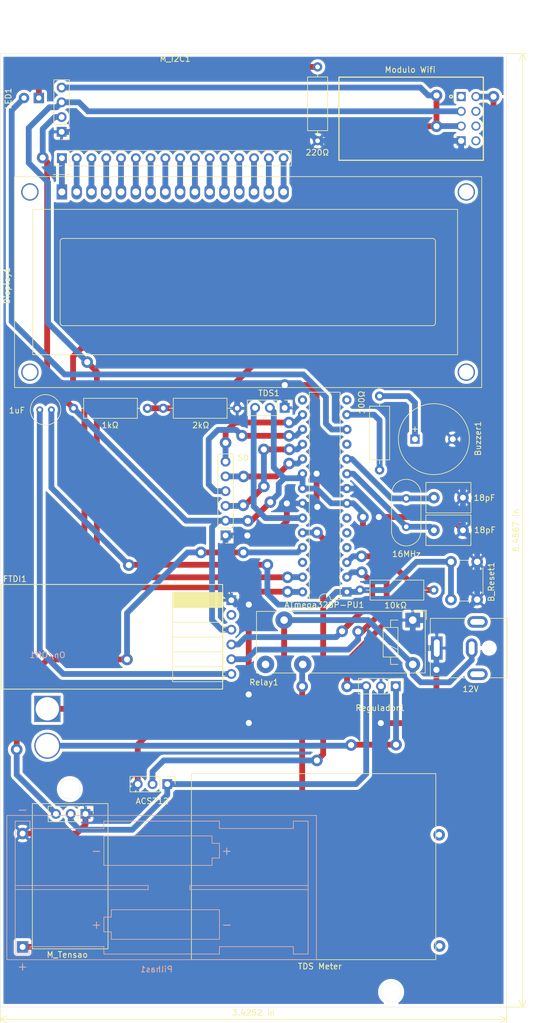
<source format=kicad_pcb>
(kicad_pcb (version 20171130) (host pcbnew "(5.1.5)-3")
  (layers (0 F.Cu signal) (31 B.Cu signal) (34 B.Paste user) (35 F.Paste user) (36 B.SilkS user) (37 F.SilkS user) (38 B.Mask user) (39 F.Mask user) (44 Edge.Cuts user))
  (net 0 "")
  (net 1 Reset)
  (net 2 "Net-(ATmega328P-PU1-Pad15)")
  (net 3 RX)
  (net 4 CS)
  (net 5 TX)
  (net 6 MOSI)
  (net 7 "Net-(ATmega328P-PU1-Pad4)")
  (net 8 MISO)
  (net 9 "Net-(ATmega328P-PU1-Pad5)")
  (net 10 SCK)
  (net 11 "Net-(ATmega328P-PU1-Pad6)")
  (net 12 VCC)
  (net 13 GND)
  (net 14 CLK1)
  (net 15 A0)
  (net 16 CLK2)
  (net 17 A1)
  (net 18 "Net-(ATmega328P-PU1-Pad11)")
  (net 19 P6)
  (net 20 "Net-(ATmega328P-PU1-Pad26)")
  (net 21 P7)
  (net 22 SDA)
  (net 23 "Net-(ATmega328P-PU1-Pad14)")
  (net 24 SCL)
  (net 25 "Net-(Buzzer1-Pad1)")
  (net 26 "Net-(C_DTR1-Pad1)")
  (net 27 Vss)
  (net 28 Vdd)
  (net 29 Ve)
  (net 30 Rs)
  (net 31 Rw)
  (net 32 E)
  (net 33 D0)
  (net 34 D1)
  (net 35 D2)
  (net 36 D3)
  (net 37 D4)
  (net 38 D5)
  (net 39 D6)
  (net 40 D7)
  (net 41 BC)
  (net 42 BA)
  (net 43 "Net-(ESP8266-1-Pad1)")
  (net 44 "Net-(ESP8266-1-Pad5)")
  (net 45 "Net-(ESP8266-1-Pad6)")
  (net 46 "Net-(ESP8266-1-Pad7)")
  (net 47 3V3)
  (net 48 "Net-(Fonte1-Pad2)")
  (net 49 "Net-(LED1-Pad1)")
  (net 50 "Net-(On/Off1-Pad2)")
  (net 51 "Net-(Relay1-Pad14)")
  (net 52 "Net-(Pilhas1-Pad1)")
  (net 53 CTS)
  (net 54 A2)
  (module Connector_PinHeader_2.54mm:PinHeader_1x03_P2.54mm_Vertical (layer F.Cu) (at 76.63 154.78 270)
    (fp_text reference " " (at 0 -2.33 90) (layer F.SilkS))
    (fp_text value M_Tensao (at 24.22 3.13 180) (layer F.SilkS))
    (pad 3 thru_hole oval (at 0 5.08 270) (size 1.7 1.7) (drill 1) (layers *.Cu *.Mask) (net 54 A2))
    (pad 2 thru_hole oval (at 0 2.54 270) (size 1.7 1.7) (drill 1) (layers *.Cu *.Mask) (net 12 VCC))
    (pad 1 thru_hole rect (at 0 0 270) (size 1.7 1.7) (drill 1) (layers *.Cu *.Mask) (net 13 GND))
  )
  (module LED_THT:LED_D5.0mm_Horizontal_O6.35mm_Z3.0mm (layer F.Cu) (at 68.61 31.63 180)
    (fp_text reference LED1 (at 5.24 -0.11 90) (layer F.SilkS))
    (fp_text value " ")
    (pad 1 thru_hole rect (at 0 0 180) (size 1.8 1.8) (drill 0.9) (layers *.Cu *.Mask) (net 49 "Net-(LED1-Pad1)"))
    (pad 2 thru_hole circle (at 2.54 0 180) (size 1.8 1.8) (drill 0.9) (layers *.Cu *.Mask) (net 19 P6))
  )
  (module Battery:BatteryHolder_Keystone_2468_2xAAA (layer B.Cu) (at 65.82 173.8)
    (fp_text reference Pilhas1 (at 23 7.71 180) (layer B.SilkS) (effects (justify mirror)))
    (fp_text value 8V hide)
    (fp_text user + (at 35.1 -12.7) (layer B.SilkS) (effects (font (size 1.5 1.5)) (justify mirror)))
    (fp_text user - (at 12.7 -12.7) (layer B.SilkS) (effects (font (size 1.5 1.5)) (justify mirror)))
    (fp_text user - (at 35.1 0) (layer B.SilkS) (effects (font (size 1.5 1.5)) (justify mirror)))
    (fp_text user + (at 12.7 0) (layer B.SilkS) (effects (font (size 1.5 1.5)) (justify mirror)))
    (fp_text user - (at 0 -19.79) (layer B.SilkS) (effects (font (size 1.5 1.5)) (justify mirror)))
    (fp_text user + (at 0 7.21) (layer B.SilkS) (effects (font (size 1.5 1.5)) (justify mirror)))
    (pad "" thru_hole circle (at 63.33 11.61) (size 3.45 3.45) (drill 3.45) (layers *.Cu *.Mask))
    (pad "" thru_hole circle (at 8.13 -23.29) (size 3.45 3.45) (drill 3.45) (layers *.Cu *.Mask))
    (pad 2 thru_hole circle (at 0 -15.64) (size 2 2) (drill 1.02) (layers *.Cu *.Mask) (net 13 GND))
    (pad 1 thru_hole rect (at 0 3.86) (size 2 2) (drill 1.02) (layers *.Cu *.Mask) (net 52 "Net-(Pilhas1-Pad1)"))
  )
  (module Connector_PinSocket_2.54mm:PinSocket_1x06_P2.54mm_Horizontal (layer F.Cu) (at 101.7 118.01)
    (fp_text reference FTDI1 (at -37.2 -3.65) (layer F.SilkS))
    (fp_text value " ")
    (pad 6 thru_hole oval (at 0 12.7) (size 1.7 1.7) (drill 1) (layers *.Cu *.Mask) (net 26 "Net-(C_DTR1-Pad1)"))
    (pad 5 thru_hole oval (at 0 10.16) (size 1.7 1.7) (drill 1) (layers *.Cu *.Mask) (net 5 TX))
    (pad 4 thru_hole oval (at 0 7.62) (size 1.7 1.7) (drill 1) (layers *.Cu *.Mask) (net 3 RX))
    (pad 3 thru_hole oval (at 0 5.08) (size 1.7 1.7) (drill 1) (layers *.Cu *.Mask) (net 12 VCC))
    (pad 2 thru_hole oval (at 0 2.54) (size 1.7 1.7) (drill 1) (layers *.Cu *.Mask) (net 53 CTS))
    (pad 1 thru_hole rect (at 0 0) (size 1.7 1.7) (drill 1) (layers *.Cu *.Mask) (net 13 GND))
  )
  (module Connector_Wire:SolderWirePad_1x02_P7.62mm_Drill2mm (layer B.Cu) (at 70.08 136.7 270)
    (fp_text reference On/Off1 (at -9.25 -0.02 180) (layer B.SilkS) (effects (justify mirror)))
    (fp_text value " ")
    (pad 2 thru_hole circle (at 6.35 0 270) (size 4.50088 4.50088) (drill 4) (layers *.Cu *.Mask) (net 50 "Net-(On/Off1-Pad2)"))
    (pad 1 thru_hole rect (at 0 0 270) (size 4.50088 4.50088) (drill 4) (layers *.Cu *.Mask) (net 48 "Net-(Fonte1-Pad2)"))
  )
  (module Connector_PinHeader_2.54mm:PinHeader_1x03_P2.54mm_Vertical (layer F.Cu) (at 110.86 84.93 270)
    (fp_text reference TDS1 (at -2.53 2.7 180) (layer F.SilkS))
    (fp_text value " ")
    (pad 3 thru_hole oval (at 0 5.08 270) (size 1.7 1.7) (drill 1) (layers *.Cu *.Mask) (net 15 A0))
    (pad 2 thru_hole oval (at 0 2.54 270) (size 1.7 1.7) (drill 1) (layers *.Cu *.Mask) (net 12 VCC))
    (pad 1 thru_hole rect (at 0 0 270) (size 1.7 1.7) (drill 1) (layers *.Cu *.Mask) (net 13 GND))
  )
  (module Connector_PinHeader_2.54mm:PinHeader_1x16_P2.54mm_Vertical (layer F.Cu) (at 72.58 41.98 90)
    (fp_text reference M_I2C1 (at 17.09 19.46 180) (layer F.SilkS))
    (fp_text value " ")
    (pad 16 thru_hole oval (at 0 38.1 90) (size 1.7 1.7) (drill 1) (layers *.Cu *.Mask) (net 42 BA))
    (pad 15 thru_hole oval (at 0 35.56 90) (size 1.7 1.7) (drill 1) (layers *.Cu *.Mask) (net 41 BC))
    (pad 14 thru_hole oval (at 0 33.02 90) (size 1.7 1.7) (drill 1) (layers *.Cu *.Mask) (net 40 D7))
    (pad 13 thru_hole oval (at 0 30.48 90) (size 1.7 1.7) (drill 1) (layers *.Cu *.Mask) (net 39 D6))
    (pad 12 thru_hole oval (at 0 27.94 90) (size 1.7 1.7) (drill 1) (layers *.Cu *.Mask) (net 38 D5))
    (pad 11 thru_hole oval (at 0 25.4 90) (size 1.7 1.7) (drill 1) (layers *.Cu *.Mask) (net 37 D4))
    (pad 10 thru_hole oval (at 0 22.86 90) (size 1.7 1.7) (drill 1) (layers *.Cu *.Mask) (net 36 D3))
    (pad 9 thru_hole oval (at 0 20.32 90) (size 1.7 1.7) (drill 1) (layers *.Cu *.Mask) (net 35 D2))
    (pad 8 thru_hole oval (at 0 17.78 90) (size 1.7 1.7) (drill 1) (layers *.Cu *.Mask) (net 34 D1))
    (pad 7 thru_hole oval (at 0 15.24 90) (size 1.7 1.7) (drill 1) (layers *.Cu *.Mask) (net 33 D0))
    (pad 6 thru_hole oval (at 0 12.7 90) (size 1.7 1.7) (drill 1) (layers *.Cu *.Mask) (net 32 E))
    (pad 5 thru_hole oval (at 0 10.16 90) (size 1.7 1.7) (drill 1) (layers *.Cu *.Mask) (net 31 Rw))
    (pad 4 thru_hole oval (at 0 7.62 90) (size 1.7 1.7) (drill 1) (layers *.Cu *.Mask) (net 30 Rs))
    (pad 3 thru_hole oval (at 0 5.08 90) (size 1.7 1.7) (drill 1) (layers *.Cu *.Mask) (net 29 Ve))
    (pad 2 thru_hole oval (at 0 2.54 90) (size 1.7 1.7) (drill 1) (layers *.Cu *.Mask) (net 28 Vdd))
    (pad 1 thru_hole rect (at 0 0 90) (size 1.7 1.7) (drill 1) (layers *.Cu *.Mask) (net 27 Vss))
  )
  (module Connector_PinHeader_2.54mm:PinHeader_1x04_P2.54mm_Vertical (layer F.Cu) (at 72.53 37.45 180)
    (fp_text reference I2C_Conn1 hide)
    (fp_text value " ")
    (pad 4 thru_hole oval (at 0 7.62 180) (size 1.7 1.7) (drill 1) (layers *.Cu *.Mask) (net 24 SCL))
    (pad 3 thru_hole oval (at 0 5.08 180) (size 1.7 1.7) (drill 1) (layers *.Cu *.Mask) (net 22 SDA))
    (pad 2 thru_hole oval (at 0 2.54 180) (size 1.7 1.7) (drill 1) (layers *.Cu *.Mask) (net 12 VCC))
    (pad 1 thru_hole rect (at 0 0 180) (size 1.7 1.7) (drill 1) (layers *.Cu *.Mask) (net 13 GND))
  )
  (module Relay_THT:Relay_1-Form-C_Schrack-RYII_RM3.2mm (layer F.Cu) (at 132.87 121.44 180)
    (fp_text reference Relay1 (at 25.57 -10.71) (layer F.SilkS))
    (fp_text value 10A hide)
    (pad 11 thru_hole circle (at 22.1 0 180) (size 3 3) (drill 1.3) (layers *.Cu *.Mask) (net 48 "Net-(Fonte1-Pad2)"))
    (pad 14 thru_hole circle (at 25.3 -7.62 180) (size 3 3) (drill 1.3) (layers *.Cu *.Mask) (net 51 "Net-(Relay1-Pad14)"))
    (pad 12 thru_hole circle (at 18.9 -7.62 180) (size 3 3) (drill 1.3) (layers *.Cu *.Mask) (net 52 "Net-(Pilhas1-Pad1)"))
    (pad A1 thru_hole rect (at 0 0 180) (size 2.54 2.54) (drill 1.3) (layers *.Cu *.Mask) (net 13 GND))
    (pad A2 thru_hole circle (at 0 -7.62 180) (size 2.54 2.54) (drill 1.3) (layers *.Cu *.Mask) (net 48 "Net-(Fonte1-Pad2)"))
  )
  (module Resistor_THT:R_Axial_DIN0309_L9.0mm_D3.2mm_P12.70mm_Horizontal (layer F.Cu) (at 136.5 116.28 180)
    (fp_text reference R_Reset1 hide)
    (fp_text value 10kΩ (at 6.57 -2.62) (layer F.SilkS))
    (pad 2 thru_hole oval (at 12.7 0 180) (size 1.6 1.6) (drill 0.8) (layers *.Cu *.Mask) (net 1 Reset))
    (pad 1 thru_hole circle (at 0 0 180) (size 1.6 1.6) (drill 0.8) (layers *.Cu *.Mask) (net 12 VCC))
  )
  (module Resistor_THT:R_Axial_DIN0309_L9.0mm_D3.2mm_P12.70mm_Horizontal (layer F.Cu) (at 116.52 38.98 90)
    (fp_text reference R_LED1 hide)
    (fp_text value 220Ω (at -2.03 -0.04 180) (layer F.SilkS))
    (pad 2 thru_hole oval (at 12.7 0 90) (size 1.6 1.6) (drill 0.8) (layers *.Cu *.Mask) (net 49 "Net-(LED1-Pad1)"))
    (pad 1 thru_hole circle (at 0 0 90) (size 1.6 1.6) (drill 0.8) (layers *.Cu *.Mask) (net 13 GND))
  )
  (module Resistor_THT:R_Axial_DIN0309_L9.0mm_D3.2mm_P12.70mm_Horizontal (layer F.Cu) (at 89.99 85)
    (fp_text reference R_Divisor2 hide)
    (fp_text value 2kΩ (at 6.45 2.93) (layer F.SilkS))
    (pad 2 thru_hole oval (at 12.7 0) (size 1.6 1.6) (drill 0.8) (layers *.Cu *.Mask) (net 13 GND))
    (pad 1 thru_hole circle (at 0 0) (size 1.6 1.6) (drill 0.8) (layers *.Cu *.Mask) (net 47 3V3))
  )
  (module Resistor_THT:R_Axial_DIN0309_L9.0mm_D3.2mm_P12.70mm_Horizontal (layer F.Cu) (at 74.58 85.01)
    (fp_text reference R_Divisor1 hide)
    (fp_text value 1kΩ (at 6.284999 2.904999) (layer F.SilkS))
    (pad 2 thru_hole oval (at 12.7 0) (size 1.6 1.6) (drill 0.8) (layers *.Cu *.Mask) (net 47 3V3))
    (pad 1 thru_hole circle (at 0 0) (size 1.6 1.6) (drill 0.8) (layers *.Cu *.Mask) (net 12 VCC))
  )
  (module Resistor_THT:R_Axial_DIN0309_L9.0mm_D3.2mm_P12.70mm_Horizontal (layer F.Cu) (at 127.17 82.91 270)
    (fp_text reference R_Buzzer1 hide)
    (fp_text value 100Ω (at 1.08 3.09 90) (layer F.SilkS))
    (pad 2 thru_hole oval (at 12.7 0 270) (size 1.6 1.6) (drill 0.8) (layers *.Cu *.Mask) (net 21 P7))
    (pad 1 thru_hole circle (at 0 0 270) (size 1.6 1.6) (drill 0.8) (layers *.Cu *.Mask) (net 25 "Net-(Buzzer1-Pad1)"))
  )
  (module Connector_PinHeader_2.54mm:PinHeader_1x03_P2.54mm_Vertical (layer F.Cu) (at 90.69 149.65 270)
    (fp_text reference ACS712 (at 2.93 2.59) (layer F.SilkS))
    (fp_text value " ")
    (pad 3 thru_hole oval (at 0 5.08 270) (size 1.7 1.7) (drill 1) (layers *.Cu *.Mask) (net 13 GND))
    (pad 2 thru_hole oval (at 0 2.54 270) (size 1.7 1.7) (drill 1) (layers *.Cu *.Mask) (net 17 A1))
    (pad 1 thru_hole rect (at 0 0 270) (size 1.7 1.7) (drill 1) (layers *.Cu *.Mask) (net 12 VCC))
  )
  (module Package_DIP:DIP-28_W7.62mm (layer F.Cu) (at 121.55 116.59 180)
    (fp_text reference ATmega328P-PU1 (at 3.88 -2.23) (layer F.SilkS))
    (fp_text value " ")
    (pad 1 thru_hole rect (at 0 0 180) (size 1.6 1.6) (drill 0.8) (layers *.Cu *.Mask) (net 1 Reset))
    (pad 15 thru_hole oval (at 7.62 33.02 180) (size 1.6 1.6) (drill 0.8) (layers *.Cu *.Mask) (net 2 "Net-(ATmega328P-PU1-Pad15)"))
    (pad 2 thru_hole oval (at 0 2.54 180) (size 1.6 1.6) (drill 0.8) (layers *.Cu *.Mask) (net 3 RX))
    (pad 16 thru_hole oval (at 7.62 30.48 180) (size 1.6 1.6) (drill 0.8) (layers *.Cu *.Mask) (net 4 CS))
    (pad 3 thru_hole oval (at 0 5.08 180) (size 1.6 1.6) (drill 0.8) (layers *.Cu *.Mask) (net 5 TX))
    (pad 17 thru_hole oval (at 7.62 27.94 180) (size 1.6 1.6) (drill 0.8) (layers *.Cu *.Mask) (net 6 MOSI))
    (pad 4 thru_hole oval (at 0 7.62 180) (size 1.6 1.6) (drill 0.8) (layers *.Cu *.Mask) (net 7 "Net-(ATmega328P-PU1-Pad4)"))
    (pad 18 thru_hole oval (at 7.62 25.4 180) (size 1.6 1.6) (drill 0.8) (layers *.Cu *.Mask) (net 8 MISO))
    (pad 5 thru_hole oval (at 0 10.16 180) (size 1.6 1.6) (drill 0.8) (layers *.Cu *.Mask) (net 9 "Net-(ATmega328P-PU1-Pad5)"))
    (pad 19 thru_hole oval (at 7.62 22.86 180) (size 1.6 1.6) (drill 0.8) (layers *.Cu *.Mask) (net 10 SCK))
    (pad 6 thru_hole oval (at 0 12.7 180) (size 1.6 1.6) (drill 0.8) (layers *.Cu *.Mask) (net 11 "Net-(ATmega328P-PU1-Pad6)"))
    (pad 20 thru_hole oval (at 7.62 20.32 180) (size 1.6 1.6) (drill 0.8) (layers *.Cu *.Mask) (net 12 VCC))
    (pad 7 thru_hole oval (at 0 15.24 180) (size 1.6 1.6) (drill 0.8) (layers *.Cu *.Mask) (net 12 VCC))
    (pad 21 thru_hole oval (at 7.62 17.78 180) (size 1.6 1.6) (drill 0.8) (layers *.Cu *.Mask) (net 12 VCC))
    (pad 8 thru_hole oval (at 0 17.78 180) (size 1.6 1.6) (drill 0.8) (layers *.Cu *.Mask) (net 13 GND))
    (pad 22 thru_hole oval (at 7.62 15.24 180) (size 1.6 1.6) (drill 0.8) (layers *.Cu *.Mask) (net 13 GND))
    (pad 9 thru_hole oval (at 0 20.32 180) (size 1.6 1.6) (drill 0.8) (layers *.Cu *.Mask) (net 14 CLK1))
    (pad 23 thru_hole oval (at 7.62 12.7 180) (size 1.6 1.6) (drill 0.8) (layers *.Cu *.Mask) (net 15 A0))
    (pad 10 thru_hole oval (at 0 22.86 180) (size 1.6 1.6) (drill 0.8) (layers *.Cu *.Mask) (net 16 CLK2))
    (pad 24 thru_hole oval (at 7.62 10.16 180) (size 1.6 1.6) (drill 0.8) (layers *.Cu *.Mask) (net 17 A1))
    (pad 11 thru_hole oval (at 0 25.4 180) (size 1.6 1.6) (drill 0.8) (layers *.Cu *.Mask) (net 18 "Net-(ATmega328P-PU1-Pad11)"))
    (pad 25 thru_hole oval (at 7.62 7.62 180) (size 1.6 1.6) (drill 0.8) (layers *.Cu *.Mask) (net 54 A2))
    (pad 12 thru_hole oval (at 0 27.94 180) (size 1.6 1.6) (drill 0.8) (layers *.Cu *.Mask) (net 19 P6))
    (pad 26 thru_hole oval (at 7.62 5.08 180) (size 1.6 1.6) (drill 0.8) (layers *.Cu *.Mask) (net 20 "Net-(ATmega328P-PU1-Pad26)"))
    (pad 13 thru_hole oval (at 0 30.48 180) (size 1.6 1.6) (drill 0.8) (layers *.Cu *.Mask) (net 21 P7))
    (pad 27 thru_hole oval (at 7.62 2.54 180) (size 1.6 1.6) (drill 0.8) (layers *.Cu *.Mask) (net 22 SDA))
    (pad 14 thru_hole oval (at 0 33.02 180) (size 1.6 1.6) (drill 0.8) (layers *.Cu *.Mask) (net 23 "Net-(ATmega328P-PU1-Pad14)"))
    (pad 28 thru_hole oval (at 7.62 0 180) (size 1.6 1.6) (drill 0.8) (layers *.Cu *.Mask) (net 24 SCL))
  )
  (module Button_Switch_THT:SW_PUSH_6mm (layer F.Cu) (at 139.44 117.91 90)
    (fp_text reference B_Reset1 (at 3.04 6.93 270) (layer F.SilkS))
    (fp_text value " ")
    (pad 2 thru_hole circle (at 0 4.5 180) (size 2 2) (drill 1.1) (layers *.Cu *.Mask) (net 13 GND))
    (pad 1 thru_hole circle (at 0 0 180) (size 2 2) (drill 1.1) (layers *.Cu *.Mask) (net 1 Reset))
    (pad 2 thru_hole circle (at 6.5 4.5 180) (size 2 2) (drill 1.1) (layers *.Cu *.Mask) (net 13 GND))
    (pad 1 thru_hole circle (at 6.5 0 180) (size 2 2) (drill 1.1) (layers *.Cu *.Mask) (net 1 Reset))
  )
  (module Buzzer_Beeper:MagneticBuzzer_ProSignal_ABT-410-RC (layer F.Cu) (at 133.25 90.31)
    (fp_text reference Buzzer1 (at 10.83 -0.1 90) (layer F.SilkS))
    (fp_text value " ")
    (fp_text user + (at 0 -1.8) (layer F.SilkS))
    (pad 1 thru_hole rect (at 0 0) (size 1.6 1.6) (drill 1) (layers *.Cu *.Mask) (net 25 "Net-(Buzzer1-Pad1)"))
    (pad 2 thru_hole circle (at 6.5 0) (size 1.6 1.6) (drill 1) (layers *.Cu *.Mask) (net 13 GND))
  )
  (module Capacitor_THT:C_Disc_D7.5mm_W5.0mm_P5.00mm (layer F.Cu) (at 141.5 105.99 180)
    (fp_text reference C1_Clock1 hide)
    (fp_text value 18pF (at -3.76 0.04) (layer F.SilkS))
    (pad 2 thru_hole circle (at 5 0 180) (size 2 2) (drill 1) (layers *.Cu *.Mask) (net 14 CLK1))
    (pad 1 thru_hole circle (at 0 0 180) (size 2 2) (drill 1) (layers *.Cu *.Mask) (net 13 GND))
  )
  (module Capacitor_THT:C_Disc_D7.5mm_W5.0mm_P5.00mm (layer F.Cu) (at 141.5 100.38 180)
    (fp_text reference C2_Clock1 hide)
    (fp_text value 18pF (at -3.68 -0.03) (layer F.SilkS))
    (pad 1 thru_hole circle (at 0 0 180) (size 2 2) (drill 1) (layers *.Cu *.Mask) (net 13 GND))
    (pad 2 thru_hole circle (at 5 0 180) (size 2 2) (drill 1) (layers *.Cu *.Mask) (net 16 CLK2))
  )
  (module Capacitor_THT:C_Radial_D5.0mm_H7.0mm_P2.00mm (layer F.Cu) (at 68.77 85.27)
    (fp_text reference C_DTR1 hide)
    (fp_text value 1uF (at -3.93 0.1) (layer F.SilkS))
    (pad 1 thru_hole circle (at 0 0) (size 1.2 1.2) (drill 0.6) (layers *.Cu *.Mask) (net 26 "Net-(C_DTR1-Pad1)"))
    (pad 2 thru_hole circle (at 2 0) (size 1.2 1.2) (drill 0.6) (layers *.Cu *.Mask) (net 1 Reset))
  )
  (module Crystal:Crystal_HC49-4H_Vertical (layer F.Cu) (at 131.75 105.39 90)
    (fp_text reference Cristal1 hide)
    (fp_text value 16MHz (at -4.68 0.04) (layer F.SilkS))
    (pad 1 thru_hole circle (at 0 0 90) (size 1.5 1.5) (drill 0.8) (layers *.Cu *.Mask) (net 14 CLK1))
    (pad 2 thru_hole circle (at 4.88 0 90) (size 1.5 1.5) (drill 0.8) (layers *.Cu *.Mask) (net 16 CLK2))
  )
  (module Display:WC1602A (layer F.Cu) (at 72.575001 47.790001)
    (fp_text reference Display1 (at -9.445001 16.109999 90) (layer F.SilkS))
    (fp_text value " ")
    (pad 1 thru_hole rect (at 0 0) (size 1.8 2.6) (drill 1.2) (layers *.Cu *.Mask) (net 27 Vss))
    (pad 2 thru_hole oval (at 2.54 0) (size 1.8 2.6) (drill 1.2) (layers *.Cu *.Mask) (net 28 Vdd))
    (pad 3 thru_hole oval (at 5.08 0) (size 1.8 2.6) (drill 1.2) (layers *.Cu *.Mask) (net 29 Ve))
    (pad 4 thru_hole oval (at 7.62 0) (size 1.8 2.6) (drill 1.2) (layers *.Cu *.Mask) (net 30 Rs))
    (pad 5 thru_hole oval (at 10.16 0) (size 1.8 2.6) (drill 1.2) (layers *.Cu *.Mask) (net 31 Rw))
    (pad 6 thru_hole oval (at 12.7 0) (size 1.8 2.6) (drill 1.2) (layers *.Cu *.Mask) (net 32 E))
    (pad 7 thru_hole oval (at 15.24 0) (size 1.8 2.6) (drill 1.2) (layers *.Cu *.Mask) (net 33 D0))
    (pad 8 thru_hole oval (at 17.78 0) (size 1.8 2.6) (drill 1.2) (layers *.Cu *.Mask) (net 34 D1))
    (pad 9 thru_hole oval (at 20.32 0) (size 1.8 2.6) (drill 1.2) (layers *.Cu *.Mask) (net 35 D2))
    (pad 10 thru_hole oval (at 22.86 0) (size 1.8 2.6) (drill 1.2) (layers *.Cu *.Mask) (net 36 D3))
    (pad 11 thru_hole oval (at 25.4 0) (size 1.8 2.6) (drill 1.2) (layers *.Cu *.Mask) (net 37 D4))
    (pad 12 thru_hole oval (at 27.94 0) (size 1.8 2.6) (drill 1.2) (layers *.Cu *.Mask) (net 38 D5))
    (pad 13 thru_hole oval (at 30.48 0) (size 1.8 2.6) (drill 1.2) (layers *.Cu *.Mask) (net 39 D6))
    (pad 14 thru_hole oval (at 33.02 0) (size 1.8 2.6) (drill 1.2) (layers *.Cu *.Mask) (net 40 D7))
    (pad 15 thru_hole oval (at 35.56 0) (size 1.8 2.6) (drill 1.2) (layers *.Cu *.Mask) (net 41 BC))
    (pad 16 thru_hole oval (at 38.1 0) (size 1.8 2.6) (drill 1.2) (layers *.Cu *.Mask) (net 42 BA))
    (pad "" thru_hole circle (at -5.4991 0) (size 3 3) (drill 2.5) (layers *.Cu *.Mask))
    (pad "" thru_hole circle (at -5.4991 31.0007) (size 3 3) (drill 2.5) (layers *.Cu *.Mask))
    (pad "" thru_hole circle (at 69.49948 31.0007) (size 3 3) (drill 2.5) (layers *.Cu *.Mask))
    (pad "" thru_hole circle (at 69.5 0) (size 3 3) (drill 2.5) (layers *.Cu *.Mask))
  )
  (module ESP8266:ESP-01 (layer F.Cu) (at 141.19 35.19 180)
    (fp_text reference ESP8266-1 hide)
    (fp_text value " ")
    (pad 1 thru_hole rect (at 0 3.81 180) (size 1.575 1.575) (drill 1.05) (layers *.Cu *.Mask) (net 43 "Net-(ESP8266-1-Pad1)"))
    (pad 2 thru_hole circle (at 0 1.27 180) (size 1.575 1.575) (drill 1.05) (layers *.Cu *.Mask) (net 22 SDA))
    (pad 3 thru_hole circle (at 0 -1.27 180) (size 1.575 1.575) (drill 1.05) (layers *.Cu *.Mask) (net 24 SCL))
    (pad 4 thru_hole rect (at 0 -3.81 180) (size 1.575 1.575) (drill 1.05) (layers *.Cu *.Mask) (net 13 GND))
    (pad 5 thru_hole circle (at -2.54 -3.81 180) (size 1.575 1.575) (drill 1.05) (layers *.Cu *.Mask) (net 44 "Net-(ESP8266-1-Pad5)"))
    (pad 6 thru_hole circle (at -2.54 -1.27 180) (size 1.575 1.575) (drill 1.05) (layers *.Cu *.Mask) (net 45 "Net-(ESP8266-1-Pad6)"))
    (pad 7 thru_hole circle (at -2.54 1.27 180) (size 1.575 1.575) (drill 1.05) (layers *.Cu *.Mask) (net 46 "Net-(ESP8266-1-Pad7)"))
    (pad 8 thru_hole circle (at -2.54 3.81 180) (size 1.575 1.575) (drill 1.05) (layers *.Cu *.Mask) (net 47 3V3))
  )
  (module Connector_BarrelJack:BarrelJack_CUI_PJ-063AH_Horizontal (layer F.Cu) (at 137 126.25 90)
    (fp_text reference Fonte1 hide)
    (fp_text value 12V (at -7.05 5.82 180) (layer F.SilkS))
    (pad 1 thru_hole rect (at 0 0 90) (size 4 2) (drill oval 3 1) (layers *.Cu *.Mask) (net 13 GND))
    (pad 2 thru_hole oval (at 0 6 90) (size 3.3 2) (drill oval 2.3 1) (layers *.Cu *.Mask) (net 48 "Net-(Fonte1-Pad2)"))
    (pad MP thru_hole oval (at -4.5 7 90) (size 2 3.5) (drill oval 1 2.5) (layers *.Cu *.Mask))
    (pad MP thru_hole oval (at 4.5 7 90) (size 2 3.5) (drill oval 1 2.5) (layers *.Cu *.Mask))
    (pad "" np_thru_hole circle (at 0 9 90) (size 1.6 1.6) (drill 1.6) (layers *.Cu *.Mask))
  )
  (module Connector_PinHeader_2.54mm:PinHeader_1x06_P2.54mm_Vertical (layer F.Cu) (at 100.7 106.88 180)
    (fp_text reference SD (at -3.04 13.36) (layer F.SilkS))
    (fp_text value " ")
    (pad 6 thru_hole oval (at 0 12.7 180) (size 1.7 1.7) (drill 1) (layers *.Cu *.Mask) (net 4 CS))
    (pad 5 thru_hole oval (at 0 10.16 180) (size 1.7 1.7) (drill 1) (layers *.Cu *.Mask) (net 10 SCK))
    (pad 4 thru_hole oval (at 0 7.62 180) (size 1.7 1.7) (drill 1) (layers *.Cu *.Mask) (net 6 MOSI))
    (pad 3 thru_hole oval (at 0 5.08 180) (size 1.7 1.7) (drill 1) (layers *.Cu *.Mask) (net 8 MISO))
    (pad 2 thru_hole oval (at 0 2.54 180) (size 1.7 1.7) (drill 1) (layers *.Cu *.Mask) (net 12 VCC))
    (pad 1 thru_hole rect (at 0 0 180) (size 1.7 1.7) (drill 1) (layers *.Cu *.Mask) (net 13 GND))
  )
  (module Connector_PinHeader_2.54mm:PinHeader_1x03_P2.54mm_Vertical (layer F.Cu) (at 129.95 132.81 270)
    (fp_text reference Regulador1 (at 3.74 2.67 180) (layer F.SilkS))
    (fp_text value 5V hide)
    (pad 1 thru_hole rect (at 0 0 270) (size 1.7 1.7) (drill 1) (layers *.Cu *.Mask) (net 50 "Net-(On/Off1-Pad2)"))
    (pad 2 thru_hole oval (at 0 2.54 270) (size 1.7 1.7) (drill 1) (layers *.Cu *.Mask) (net 13 GND))
    (pad 3 thru_hole oval (at 0 5.08 270) (size 1.7 1.7) (drill 1) (layers *.Cu *.Mask) (net 12 VCC))
  )
  (gr_line (start 67.5 178) (end 67.5 153) (layer F.SilkS) (width 0.12))
  (gr_line (start 80.5 178) (end 67.5 178) (layer F.SilkS) (width 0.12))
  (gr_line (start 80.5 153) (end 80.5 178) (layer F.SilkS) (width 0.12))
  (gr_line (start 80.5 153) (end 67.5 153) (layer F.SilkS) (width 0.12))
  (dimension 164 (width 0.12) (layer F.SilkS) (gr_text "164,000 mm" (at 153.02 106 90) (layer F.SilkS) (effects (font (size 1 1) (thickness 0.15)))) (feature1 (pts (xy 149 24) (xy 152.336421 24))) (feature2 (pts (xy 149 188) (xy 152.336421 188))) (crossbar (pts (xy 151.75 188) (xy 151.75 24))) (arrow1a (pts (xy 151.75 24) (xy 152.336421 25.126504))) (arrow1b (pts (xy 151.75 24) (xy 151.163579 25.126504))) (arrow2a (pts (xy 151.75 188) (xy 152.336421 186.873496))) (arrow2b (pts (xy 151.75 188) (xy 151.163579 186.873496))))
  (dimension 87 (width 0.12) (layer F.SilkS) (gr_text "87,000 mm" (at 105.5 191.379999) (layer F.SilkS) (effects (font (size 1 1) (thickness 0.15)))) (feature1 (pts (xy 149 188) (xy 149 190.69642))) (feature2 (pts (xy 62 188) (xy 62 190.69642))) (crossbar (pts (xy 62 190.109999) (xy 149 190.109999))) (arrow1a (pts (xy 149 190.109999) (xy 147.873496 190.69642))) (arrow1b (pts (xy 149 190.109999) (xy 147.873496 189.523578))) (arrow2a (pts (xy 62 190.109999) (xy 63.126504 190.69642))) (arrow2b (pts (xy 62 190.109999) (xy 63.126504 189.523578))))
  (gr_text "TDS Meter" (at 116.91 181) (layer F.SilkS) (effects (font (size 1 1))))
  (gr_line (start 149 24) (end 149 25) (layer Edge.Cuts) (width 0.05))
  (gr_line (start 62 24) (end 62 25) (layer Edge.Cuts) (width 0.05))
  (gr_line (start 62 25) (end 62 188) (layer Edge.Cuts) (width 0.05))
  (gr_line (start 149 24) (end 62 24) (layer Edge.Cuts) (width 0.05))
  (gr_line (start 149 188) (end 149 25) (layer Edge.Cuts) (width 0.05))
  (gr_line (start 62 188) (end 149 188) (layer Edge.Cuts) (width 0.05))
  (gr_line (start 94.84 179.85) (end 94.84 147.85) (layer F.SilkS) (width 0.12))
  (gr_line (start 136.84 179.85) (end 94.84 179.85) (layer F.SilkS) (width 0.12))
  (gr_line (start 136.84 147.85) (end 136.84 179.85) (layer F.SilkS) (width 0.12))
  (gr_line (start 94.84 147.85) (end 136.84 147.85) (layer F.SilkS) (width 0.12))
  (gr_line (start 100.2 115.31) (end 62.2 115.31) (layer F.SilkS) (width 0.15))
  (gr_line (start 100.2 133.31) (end 100.2 115.31) (layer F.SilkS) (width 0.15))
  (gr_line (start 62.2 133.31) (end 100.2 133.31) (layer F.SilkS) (width 0.15))
  (gr_line (start 62.2 115.31) (end 62.2 133.31) (layer F.SilkS) (width 0.15))
  (gr_text "Modulo Wifi" (at 132.43 26.77) (layer F.SilkS) (effects (font (size 1 1))))
  (via (at 137.41 158.37) (size 2) (drill 1.02) (layers F.Cu B.Cu) (net 0))
  (via (at 137.48 177.5) (size 2) (drill 1.02) (layers F.Cu B.Cu) (net 0))
  (via (at 84.08 111.98) (size 2) (drill 1.05) (layers F.Cu B.Cu) (net 1))
  (via (at 107.89 111.92) (size 2) (drill 1.05) (layers F.Cu B.Cu) (net 1))
  (segment (start 123.49 116.59) (end 123.8 116.28) (width 1) (layer B.Cu) (net 1))
  (segment (start 121.55 116.59) (end 123.49 116.59) (width 1) (layer B.Cu) (net 1))
  (segment (start 139.44 117.91) (end 139.44 111.41) (width 1) (layer B.Cu) (net 1))
  (segment (start 133.53 111.41) (end 139.44 111.41) (width 1) (layer B.Cu) (net 1))
  (segment (start 123.8 116.28) (end 128.66 116.28) (width 1) (layer B.Cu) (net 1))
  (segment (start 128.66 116.28) (end 133.53 111.41) (width 1) (layer B.Cu) (net 1))
  (segment (start 107.89 113.334213) (end 107.89 111.92) (width 1) (layer B.Cu) (net 1))
  (segment (start 119.75 116.59) (end 117.56 118.78) (width 1) (layer B.Cu) (net 1))
  (segment (start 121.55 116.59) (end 119.75 116.59) (width 1) (layer B.Cu) (net 1))
  (segment (start 107.89 116.89) (end 107.89 113.334213) (width 1) (layer B.Cu) (net 1))
  (segment (start 117.56 118.78) (end 109.78 118.78) (width 1) (layer B.Cu) (net 1))
  (segment (start 109.78 118.78) (end 107.89 116.89) (width 1) (layer B.Cu) (net 1))
  (segment (start 84.14 111.92) (end 84.08 111.98) (width 1) (layer F.Cu) (net 1))
  (segment (start 107.89 111.92) (end 84.14 111.92) (width 1) (layer F.Cu) (net 1))
  (segment (start 70.77 98.67) (end 70.77 85.27) (width 1) (layer B.Cu) (net 1))
  (segment (start 84.08 111.98) (end 70.77 98.67) (width 1) (layer B.Cu) (net 1))
  (via (at 120.73 123.36) (size 2) (drill 1.05) (layers F.Cu B.Cu) (net 3))
  (via (at 124.1 113.21) (size 2) (drill 1.05) (layers F.Cu B.Cu) (net 3))
  (segment (start 122.39 113.21) (end 121.55 114.05) (width 1) (layer B.Cu) (net 3))
  (segment (start 124.1 113.21) (end 122.39 113.21) (width 1) (layer B.Cu) (net 3))
  (segment (start 119.730001 124.359999) (end 120.73 123.36) (width 1) (layer B.Cu) (net 3))
  (segment (start 104.172082 124.359999) (end 119.730001 124.359999) (width 1) (layer B.Cu) (net 3))
  (segment (start 102.902081 125.63) (end 104.172082 124.359999) (width 1) (layer B.Cu) (net 3))
  (segment (start 101.7 125.63) (end 102.902081 125.63) (width 1) (layer B.Cu) (net 3))
  (segment (start 125.9 115.01) (end 125.099999 114.209999) (width 1) (layer F.Cu) (net 3))
  (segment (start 125.9 118.16) (end 125.9 115.01) (width 1) (layer F.Cu) (net 3))
  (segment (start 125.099999 114.209999) (end 124.1 113.21) (width 1) (layer F.Cu) (net 3))
  (segment (start 120.73 123.36) (end 120.73 123.33) (width 1) (layer F.Cu) (net 3))
  (segment (start 120.73 123.33) (end 125.9 118.16) (width 1) (layer F.Cu) (net 3))
  (via (at 100.71 90.94) (size 2) (drill 1.05) (layers F.Cu B.Cu) (net 4))
  (via (at 111.61 87.45) (size 2) (drill 1.05) (layers F.Cu B.Cu) (net 4))
  (segment (start 112.59 87.45) (end 113.93 86.11) (width 1) (layer B.Cu) (net 4))
  (segment (start 111.61 87.45) (end 112.59 87.45) (width 1) (layer B.Cu) (net 4))
  (segment (start 100.7 90.95) (end 100.71 90.94) (width 1) (layer B.Cu) (net 4))
  (segment (start 100.7 94.18) (end 100.7 90.95) (width 1) (layer B.Cu) (net 4))
  (segment (start 100.71 89.1) (end 100.71 90.94) (width 1) (layer F.Cu) (net 4))
  (segment (start 111.61 87.45) (end 102.36 87.45) (width 1) (layer F.Cu) (net 4))
  (segment (start 102.36 87.45) (end 100.71 89.1) (width 1) (layer F.Cu) (net 4))
  (via (at 123.48 123.4) (size 2) (drill 1.05) (layers F.Cu B.Cu) (net 5))
  (via (at 124.06 110.46) (size 2) (drill 1.05) (layers F.Cu B.Cu) (net 5))
  (segment (start 122.6 110.46) (end 121.55 111.51) (width 1) (layer B.Cu) (net 5))
  (segment (start 124.06 110.46) (end 122.6 110.46) (width 1) (layer B.Cu) (net 5))
  (segment (start 123.48 124.83) (end 123.48 123.4) (width 1) (layer B.Cu) (net 5))
  (segment (start 121.8 126.51) (end 123.48 124.83) (width 1) (layer B.Cu) (net 5))
  (segment (start 105.99 126.51) (end 121.8 126.51) (width 1) (layer B.Cu) (net 5))
  (segment (start 101.7 128.17) (end 104.33 128.17) (width 1) (layer B.Cu) (net 5))
  (segment (start 104.33 128.17) (end 105.99 126.51) (width 1) (layer B.Cu) (net 5))
  (segment (start 125.8 110.46) (end 124.06 110.46) (width 1) (layer F.Cu) (net 5))
  (segment (start 128.38 113.04) (end 125.8 110.46) (width 1) (layer F.Cu) (net 5))
  (segment (start 128.38 119.2) (end 128.38 113.04) (width 1) (layer F.Cu) (net 5))
  (segment (start 123.48 123.4) (end 124.18 123.4) (width 1) (layer F.Cu) (net 5))
  (segment (start 124.18 123.4) (end 128.38 119.2) (width 1) (layer F.Cu) (net 5))
  (via (at 103.53 89.72) (size 2) (drill 1.05) (layers F.Cu B.Cu) (net 6))
  (via (at 111.61 89.74) (size 2) (drill 1.05) (layers F.Cu B.Cu) (net 6))
  (segment (start 112.84 89.74) (end 113.93 88.65) (width 1) (layer B.Cu) (net 6))
  (segment (start 111.61 89.74) (end 112.84 89.74) (width 1) (layer B.Cu) (net 6))
  (segment (start 103.55 89.74) (end 103.53 89.72) (width 1) (layer F.Cu) (net 6))
  (segment (start 111.61 89.74) (end 103.55 89.74) (width 1) (layer F.Cu) (net 6))
  (segment (start 102.530001 88.720001) (end 103.53 89.72) (width 1) (layer B.Cu) (net 6))
  (segment (start 98.95 99.26) (end 97.8 98.11) (width 1) (layer B.Cu) (net 6))
  (segment (start 100.7 99.26) (end 98.95 99.26) (width 1) (layer B.Cu) (net 6))
  (segment (start 97.8 98.11) (end 97.8 90.32) (width 1) (layer B.Cu) (net 6))
  (segment (start 97.8 90.32) (end 99.399999 88.720001) (width 1) (layer B.Cu) (net 6))
  (segment (start 99.399999 88.720001) (end 102.530001 88.720001) (width 1) (layer B.Cu) (net 6))
  (via (at 103.74 101.69) (size 2) (drill 1.05) (layers F.Cu B.Cu) (net 8))
  (via (at 107.29 98.45) (size 2) (drill 1.05) (layers F.Cu B.Cu) (net 8))
  (via (at 107.28 92.08) (size 2) (drill 1.05) (layers F.Cu B.Cu) (net 8))
  (via (at 111.68 92.08) (size 2) (drill 1.05) (layers F.Cu B.Cu) (net 8))
  (segment (start 107.28 92.08) (end 111.68 92.08) (width 1) (layer F.Cu) (net 8))
  (segment (start 113.04 92.08) (end 113.93 91.19) (width 1) (layer B.Cu) (net 8))
  (segment (start 111.68 92.08) (end 113.04 92.08) (width 1) (layer B.Cu) (net 8))
  (segment (start 107.29 92.09) (end 107.28 92.08) (width 1) (layer B.Cu) (net 8))
  (segment (start 107.29 98.45) (end 107.29 92.09) (width 1) (layer B.Cu) (net 8))
  (segment (start 103.63 101.8) (end 103.74 101.69) (width 1) (layer B.Cu) (net 8))
  (segment (start 100.7 101.8) (end 103.63 101.8) (width 1) (layer B.Cu) (net 8))
  (segment (start 104.05 101.69) (end 107.29 98.45) (width 1) (layer F.Cu) (net 8))
  (segment (start 103.74 101.69) (end 104.05 101.69) (width 1) (layer F.Cu) (net 8))
  (via (at 103.79 96.74) (size 2) (drill 1.05) (layers F.Cu B.Cu) (net 10))
  (via (at 111.63 94.51) (size 2) (drill 1.05) (layers F.Cu B.Cu) (net 10))
  (segment (start 109.42 96.72) (end 111.63 94.51) (width 1) (layer F.Cu) (net 10))
  (segment (start 113.15 94.51) (end 113.93 93.73) (width 1) (layer B.Cu) (net 10))
  (segment (start 111.63 94.51) (end 113.15 94.51) (width 1) (layer B.Cu) (net 10))
  (segment (start 103.77 96.72) (end 103.79 96.74) (width 1) (layer B.Cu) (net 10))
  (segment (start 100.7 96.72) (end 103.77 96.72) (width 1) (layer B.Cu) (net 10))
  (segment (start 105.224213 96.72) (end 109.42 96.72) (width 1) (layer F.Cu) (net 10))
  (segment (start 105.204213 96.74) (end 105.224213 96.72) (width 1) (layer F.Cu) (net 10))
  (segment (start 103.79 96.74) (end 105.204213 96.74) (width 1) (layer F.Cu) (net 10))
  (via (at 104.52 104.37) (size 2) (drill 1.05) (layers F.Cu B.Cu) (net 12))
  (via (at 108.39 101.14) (size 2) (drill 1.05) (layers F.Cu B.Cu) (net 12))
  (via (at 69.28 41.89) (size 2) (drill 1.05) (layers F.Cu B.Cu) (net 12))
  (via (at 124.31 103.71) (size 2) (drill 1.05) (layers F.Cu B.Cu) (net 12))
  (via (at 121.59 132.84) (size 2) (drill 1.05) (layers F.Cu B.Cu) (net 12))
  (segment (start 118.85 101.35) (end 121.55 101.35) (width 1) (layer B.Cu) (net 12))
  (segment (start 113.93 98.81) (end 116.31 98.81) (width 1) (layer B.Cu) (net 12))
  (segment (start 116.31 98.81) (end 118.85 101.35) (width 1) (layer B.Cu) (net 12))
  (segment (start 124.87 147.91) (end 124.87 132.81) (width 1) (layer B.Cu) (net 12))
  (segment (start 90.69 149.65) (end 123.13 149.65) (width 1) (layer B.Cu) (net 12))
  (segment (start 113.93 98.81) (end 113.93 96.27) (width 1) (layer B.Cu) (net 12))
  (segment (start 121.62 132.81) (end 121.59 132.84) (width 1) (layer B.Cu) (net 12))
  (segment (start 124.87 132.81) (end 121.62 132.81) (width 1) (layer B.Cu) (net 12))
  (segment (start 98.38 105.457919) (end 99.497919 104.34) (width 1) (layer B.Cu) (net 12))
  (segment (start 99.497919 104.34) (end 100.7 104.34) (width 1) (layer B.Cu) (net 12))
  (segment (start 98.38 121.47) (end 98.38 105.457919) (width 1) (layer B.Cu) (net 12))
  (segment (start 101.7 123.09) (end 100 123.09) (width 1) (layer B.Cu) (net 12))
  (segment (start 100 123.09) (end 98.38 121.47) (width 1) (layer B.Cu) (net 12))
  (segment (start 93.91 104.34) (end 100.7 104.34) (width 1) (layer B.Cu) (net 12))
  (segment (start 74.58 85.01) (end 93.91 104.34) (width 1) (layer B.Cu) (net 12))
  (segment (start 122.65 101.35) (end 121.55 101.35) (width 1) (layer B.Cu) (net 12))
  (segment (start 124.31 103.71) (end 124.31 103.01) (width 1) (layer B.Cu) (net 12))
  (segment (start 124.31 103.01) (end 122.65 101.35) (width 1) (layer B.Cu) (net 12))
  (segment (start 124.31 104.09) (end 124.31 103.71) (width 1) (layer F.Cu) (net 12))
  (segment (start 121.58 132.83) (end 121.59 132.84) (width 1) (layer F.Cu) (net 12))
  (segment (start 121.58 128.5) (end 121.58 132.83) (width 1) (layer F.Cu) (net 12))
  (segment (start 136.5 116.28) (end 133.8 116.28) (width 1) (layer F.Cu) (net 12))
  (segment (start 133.8 116.28) (end 121.58 128.5) (width 1) (layer F.Cu) (net 12))
  (segment (start 124.31 106.83) (end 124.31 103.71) (width 1) (layer F.Cu) (net 12))
  (segment (start 133.8 116.28) (end 133.76 116.28) (width 1) (layer F.Cu) (net 12))
  (segment (start 133.76 116.28) (end 124.31 106.83) (width 1) (layer F.Cu) (net 12))
  (segment (start 71.327919 34.91) (end 72.53 34.91) (width 1) (layer B.Cu) (net 12))
  (segment (start 69.28 36.957919) (end 71.327919 34.91) (width 1) (layer B.Cu) (net 12))
  (segment (start 69.28 41.89) (end 69.28 36.957919) (width 1) (layer B.Cu) (net 12))
  (segment (start 70.04 42.65) (end 69.28 41.89) (width 1) (layer F.Cu) (net 12))
  (segment (start 74.58 85.01) (end 70.04 80.47) (width 1) (layer F.Cu) (net 12))
  (segment (start 70.04 80.47) (end 70.04 42.65) (width 1) (layer F.Cu) (net 12))
  (segment (start 108.98 95.21) (end 108.98 85.59) (width 1) (layer B.Cu) (net 12))
  (segment (start 108.98 85.59) (end 108.32 84.93) (width 1) (layer B.Cu) (net 12))
  (segment (start 113.93 96.27) (end 113.16 97.04) (width 1) (layer B.Cu) (net 12))
  (segment (start 110.81 97.04) (end 108.98 95.21) (width 1) (layer B.Cu) (net 12))
  (segment (start 113.16 97.04) (end 110.81 97.04) (width 1) (layer B.Cu) (net 12))
  (segment (start 100.73 104.37) (end 100.7 104.34) (width 1) (layer B.Cu) (net 12))
  (segment (start 104.52 104.37) (end 100.73 104.37) (width 1) (layer B.Cu) (net 12))
  (segment (start 105.16 104.37) (end 108.39 101.14) (width 1) (layer F.Cu) (net 12))
  (segment (start 104.52 104.37) (end 105.16 104.37) (width 1) (layer F.Cu) (net 12))
  (segment (start 109.84 98.01) (end 110.81 97.04) (width 1) (layer B.Cu) (net 12))
  (segment (start 108.39 101.14) (end 109.84 99.69) (width 1) (layer B.Cu) (net 12))
  (segment (start 109.84 99.69) (end 109.84 98.01) (width 1) (layer B.Cu) (net 12))
  (segment (start 90.69 151.5) (end 90.69 149.65) (width 1) (layer B.Cu) (net 12))
  (segment (start 84.69 157.5) (end 90.69 151.5) (width 1) (layer B.Cu) (net 12))
  (segment (start 75.607919 157.5) (end 84.69 157.5) (width 1) (layer B.Cu) (net 12))
  (segment (start 74.09 154.78) (end 74.09 155.982081) (width 1) (layer B.Cu) (net 12))
  (segment (start 74.09 155.982081) (end 75.607919 157.5) (width 1) (layer B.Cu) (net 12))
  (segment (start 124.87 147.91) (end 123.13 149.65) (width 1) (layer B.Cu) (net 12))
  (via (at 104.7 139.14) (size 2) (drill 1.05) (layers F.Cu B.Cu) (net 13))
  (via (at 104.7 118.77) (size 2) (drill 1.05) (layers F.Cu B.Cu) (net 13))
  (via (at 104.68 134.23) (size 2) (drill 1.05) (layers F.Cu B.Cu) (net 13))
  (via (at 104.45 106.89) (size 2) (drill 1.05) (layers F.Cu B.Cu) (net 13))
  (via (at 111.23 101.37) (size 2) (drill 1.05) (layers F.Cu B.Cu) (net 13))
  (via (at 110.87 81.01) (size 2) (drill 1.05) (layers F.Cu B.Cu) (net 13))
  (via (at 127.04 103.71) (size 2) (drill 1.05) (layers F.Cu B.Cu) (net 13))
  (via (at 127.38 139.16) (size 2) (drill 1.05) (layers F.Cu B.Cu) (net 13))
  (via (at 136.94 129.99) (size 2) (drill 1.05) (layers F.Cu B.Cu) (net 13))
  (segment (start 132.87 124.24) (end 132.87 121.44) (width 1) (layer B.Cu) (net 13))
  (segment (start 137 126.25) (end 134.88 126.25) (width 1) (layer B.Cu) (net 13))
  (segment (start 134.88 126.25) (end 132.87 124.24) (width 1) (layer B.Cu) (net 13))
  (segment (start 110.03 82.77) (end 110.86 83.6) (width 1) (layer B.Cu) (net 13))
  (segment (start 103.78863 82.77) (end 110.03 82.77) (width 1) (layer B.Cu) (net 13))
  (segment (start 110.86 83.6) (end 110.86 84.93) (width 1) (layer B.Cu) (net 13))
  (segment (start 102.69 85) (end 102.69 83.86863) (width 1) (layer B.Cu) (net 13))
  (segment (start 102.69 83.86863) (end 103.78863 82.77) (width 1) (layer B.Cu) (net 13))
  (segment (start 141.19 42.33) (end 141.19 39) (width 1) (layer B.Cu) (net 13))
  (segment (start 139.75 90.31) (end 144.97 85.09) (width 1) (layer B.Cu) (net 13))
  (segment (start 144.97 46.11) (end 141.19 42.33) (width 1) (layer B.Cu) (net 13))
  (segment (start 144.97 85.09) (end 144.97 46.11) (width 1) (layer B.Cu) (net 13))
  (segment (start 116.54 39) (end 116.52 38.98) (width 1) (layer B.Cu) (net 13))
  (segment (start 141.19 39) (end 116.54 39) (width 1) (layer B.Cu) (net 13))
  (segment (start 72.55 37.47) (end 72.53 37.45) (width 1) (layer B.Cu) (net 13))
  (segment (start 116.52 38.98) (end 115.01 37.47) (width 1) (layer B.Cu) (net 13))
  (segment (start 115.01 37.47) (end 72.55 37.47) (width 1) (layer B.Cu) (net 13))
  (segment (start 127.41 139.13) (end 127.38 139.16) (width 1) (layer B.Cu) (net 13))
  (segment (start 127.41 132.81) (end 127.41 139.13) (width 1) (layer B.Cu) (net 13))
  (segment (start 133.17 139.16) (end 127.38 139.16) (width 1) (layer F.Cu) (net 13))
  (segment (start 136.94 129.99) (end 136.94 135.39) (width 1) (layer F.Cu) (net 13))
  (segment (start 136.94 135.39) (end 133.17 139.16) (width 1) (layer F.Cu) (net 13))
  (segment (start 136.94 126.31) (end 137 126.25) (width 1) (layer B.Cu) (net 13))
  (segment (start 136.94 129.99) (end 136.94 126.31) (width 1) (layer B.Cu) (net 13))
  (segment (start 143.94 117.91) (end 143.94 111.41) (width 1) (layer B.Cu) (net 13))
  (segment (start 140.41 121.44) (end 143.94 117.91) (width 1) (layer B.Cu) (net 13))
  (segment (start 132.87 121.44) (end 140.41 121.44) (width 1) (layer B.Cu) (net 13))
  (segment (start 143.94 108.43) (end 141.5 105.99) (width 1) (layer B.Cu) (net 13))
  (segment (start 143.94 111.41) (end 143.94 108.43) (width 1) (layer B.Cu) (net 13))
  (segment (start 141.5 105.99) (end 141.5 100.38) (width 1) (layer B.Cu) (net 13))
  (segment (start 141.5 92.06) (end 139.75 90.31) (width 1) (layer B.Cu) (net 13))
  (segment (start 141.5 100.38) (end 141.5 92.06) (width 1) (layer B.Cu) (net 13))
  (segment (start 139.22 103.71) (end 127.04 103.71) (width 1) (layer F.Cu) (net 13))
  (segment (start 141.5 105.99) (end 139.22 103.71) (width 1) (layer F.Cu) (net 13))
  (segment (start 123.02 98.81) (end 121.55 98.81) (width 1) (layer B.Cu) (net 13))
  (segment (start 127.04 103.71) (end 127.04 102.83) (width 1) (layer B.Cu) (net 13))
  (segment (start 127.04 102.83) (end 123.02 98.81) (width 1) (layer B.Cu) (net 13))
  (segment (start 118.91 98.81) (end 116.35 96.25) (width 1) (layer B.Cu) (net 13))
  (segment (start 121.55 98.81) (end 118.91 98.81) (width 1) (layer B.Cu) (net 13))
  (segment (start 114.55 101.97) (end 113.93 101.35) (width 1) (layer B.Cu) (net 13))
  (segment (start 110.87 84.92) (end 110.86 84.93) (width 1) (layer B.Cu) (net 13))
  (segment (start 110.87 81.01) (end 110.87 84.92) (width 1) (layer B.Cu) (net 13))
  (segment (start 112.284213 81.01) (end 110.87 81.01) (width 1) (layer F.Cu) (net 13))
  (segment (start 114.57 81.01) (end 112.284213 81.01) (width 1) (layer F.Cu) (net 13))
  (segment (start 116.35 96.25) (end 116.35 82.79) (width 1) (layer F.Cu) (net 13))
  (segment (start 116.35 82.79) (end 114.57 81.01) (width 1) (layer F.Cu) (net 13))
  (segment (start 100.7 117.01) (end 101.7 118.01) (width 1) (layer B.Cu) (net 13))
  (segment (start 100.7 106.88) (end 100.7 117.01) (width 1) (layer B.Cu) (net 13))
  (segment (start 100.71 106.89) (end 100.7 106.88) (width 1) (layer B.Cu) (net 13))
  (segment (start 104.45 106.89) (end 100.71 106.89) (width 1) (layer B.Cu) (net 13))
  (segment (start 113.91 101.37) (end 113.93 101.35) (width 1) (layer B.Cu) (net 13))
  (segment (start 111.23 101.37) (end 113.91 101.37) (width 1) (layer B.Cu) (net 13))
  (segment (start 116.35 96.25) (end 116.35 101.84) (width 1) (layer F.Cu) (net 13))
  (via (at 116.35 96.25) (size 2) (drill 1.05) (layers F.Cu B.Cu) (net 13))
  (segment (start 116.35 101.84) (end 116.48 101.97) (width 1) (layer F.Cu) (net 13))
  (segment (start 116.48 101.97) (end 114.55 101.97) (width 1) (layer B.Cu) (net 13))
  (via (at 116.48 101.97) (size 2) (drill 1.05) (layers F.Cu B.Cu) (net 13))
  (segment (start 102.46 118.77) (end 101.7 118.01) (width 1) (layer B.Cu) (net 13))
  (segment (start 104.7 118.77) (end 102.46 118.77) (width 1) (layer B.Cu) (net 13))
  (segment (start 104.68 118.79) (end 104.7 118.77) (width 1) (layer F.Cu) (net 13))
  (segment (start 104.68 134.23) (end 104.68 118.79) (width 1) (layer F.Cu) (net 13))
  (segment (start 85.6 149.64) (end 85.61 149.65) (width 1) (layer B.Cu) (net 13))
  (segment (start 104.68 139.12) (end 104.7 139.14) (width 1) (layer B.Cu) (net 13))
  (segment (start 104.68 134.23) (end 104.68 139.12) (width 1) (layer B.Cu) (net 13))
  (segment (start 103.285787 139.14) (end 104.7 139.14) (width 1) (layer F.Cu) (net 13))
  (segment (start 89.34 139.14) (end 103.285787 139.14) (width 1) (layer F.Cu) (net 13))
  (segment (start 85.61 149.65) (end 85.61 142.87) (width 1) (layer F.Cu) (net 13))
  (segment (start 85.61 142.87) (end 89.34 139.14) (width 1) (layer F.Cu) (net 13))
  (segment (start 108.79 106.89) (end 104.45 106.89) (width 1) (layer F.Cu) (net 13))
  (segment (start 111.23 101.37) (end 111.23 104.45) (width 1) (layer F.Cu) (net 13))
  (segment (start 111.23 104.45) (end 108.79 106.89) (width 1) (layer F.Cu) (net 13))
  (segment (start 80.48 154.78) (end 85.61 149.65) (width 1) (layer B.Cu) (net 13))
  (segment (start 76.63 154.78) (end 80.48 154.78) (width 1) (layer B.Cu) (net 13))
  (segment (start 75.1 158.16) (end 65.82 158.16) (width 1) (layer F.Cu) (net 13))
  (segment (start 76.63 154.78) (end 76.63 156.63) (width 1) (layer F.Cu) (net 13))
  (segment (start 76.63 156.63) (end 75.1 158.16) (width 1) (layer F.Cu) (net 13))
  (segment (start 135.9 105.39) (end 136.5 105.99) (width 1) (layer B.Cu) (net 14))
  (segment (start 131.75 105.39) (end 135.9 105.39) (width 1) (layer B.Cu) (net 14))
  (segment (start 131.75 105.35) (end 131.75 105.39) (width 1) (layer B.Cu) (net 14))
  (segment (start 121.55 96.27) (end 122.67 96.27) (width 1) (layer B.Cu) (net 14))
  (segment (start 122.67 96.27) (end 131.75 105.35) (width 1) (layer B.Cu) (net 14))
  (segment (start 107.56 103.89) (end 113.93 103.89) (width 1) (layer B.Cu) (net 15))
  (segment (start 105.53 101.86) (end 107.56 103.89) (width 1) (layer B.Cu) (net 15))
  (segment (start 105.78 84.93) (end 105.53 85.18) (width 1) (layer B.Cu) (net 15))
  (segment (start 105.53 85.18) (end 105.53 101.86) (width 1) (layer B.Cu) (net 15))
  (segment (start 136.37 100.51) (end 136.5 100.38) (width 1) (layer B.Cu) (net 16))
  (segment (start 131.75 100.51) (end 136.37 100.51) (width 1) (layer B.Cu) (net 16))
  (segment (start 129.21 100.51) (end 131.75 100.51) (width 1) (layer B.Cu) (net 16))
  (segment (start 121.55 93.73) (end 122.43 93.73) (width 1) (layer B.Cu) (net 16))
  (segment (start 122.43 93.73) (end 129.21 100.51) (width 1) (layer B.Cu) (net 16))
  (via (at 116.4 145.58) (size 2) (drill 1.05) (layers F.Cu B.Cu) (net 17))
  (via (at 116.41 106.38) (size 2) (drill 1.05) (layers F.Cu B.Cu) (net 17))
  (segment (start 113.98 106.38) (end 113.93 106.43) (width 1) (layer B.Cu) (net 17))
  (segment (start 116.41 106.38) (end 113.98 106.38) (width 1) (layer B.Cu) (net 17))
  (segment (start 117.48 144.5) (end 116.4 145.58) (width 1) (layer F.Cu) (net 17))
  (segment (start 116.41 106.38) (end 117.48 107.45) (width 1) (layer F.Cu) (net 17))
  (segment (start 117.48 107.45) (end 117.48 144.5) (width 1) (layer F.Cu) (net 17))
  (segment (start 114.985787 145.58) (end 116.4 145.58) (width 1) (layer B.Cu) (net 17))
  (segment (start 90.08 145.58) (end 114.985787 145.58) (width 1) (layer B.Cu) (net 17))
  (segment (start 88.15 149.65) (end 88.15 147.51) (width 1) (layer B.Cu) (net 17))
  (segment (start 88.15 147.51) (end 90.08 145.58) (width 1) (layer B.Cu) (net 17))
  (segment (start 63.95 33.75) (end 66.07 31.63) (width 1) (layer B.Cu) (net 19))
  (segment (start 63.95 70.09) (end 63.95 33.75) (width 1) (layer B.Cu) (net 19))
  (segment (start 73.04 79.18) (end 63.95 70.09) (width 1) (layer B.Cu) (net 19))
  (segment (start 121.55 88.65) (end 118.96 88.65) (width 1) (layer B.Cu) (net 19))
  (segment (start 117.95 87.64) (end 117.95 83.09) (width 1) (layer B.Cu) (net 19))
  (segment (start 118.96 88.65) (end 117.95 87.64) (width 1) (layer B.Cu) (net 19))
  (segment (start 114.04 79.18) (end 73.04 79.18) (width 1) (layer B.Cu) (net 19))
  (segment (start 117.95 83.09) (end 114.04 79.18) (width 1) (layer B.Cu) (net 19))
  (segment (start 127.17 94.47863) (end 127.17 95.61) (width 1) (layer B.Cu) (net 21))
  (segment (start 127.17 87.06) (end 127.17 94.47863) (width 1) (layer B.Cu) (net 21))
  (segment (start 121.55 86.11) (end 126.22 86.11) (width 1) (layer B.Cu) (net 21))
  (segment (start 126.22 86.11) (end 127.17 87.06) (width 1) (layer B.Cu) (net 21))
  (via (at 76.93 77.06) (size 2) (drill 1.05) (layers F.Cu B.Cu) (net 22))
  (via (at 111.36 114.08) (size 2) (drill 1.05) (layers F.Cu B.Cu) (net 22))
  (segment (start 140.076307 33.92) (end 141.19 33.92) (width 1) (layer B.Cu) (net 22))
  (segment (start 77.06 33.92) (end 140.076307 33.92) (width 1) (layer B.Cu) (net 22))
  (segment (start 72.53 32.37) (end 75.51 32.37) (width 1) (layer B.Cu) (net 22))
  (segment (start 75.51 32.37) (end 77.06 33.92) (width 1) (layer B.Cu) (net 22))
  (segment (start 111.39 114.05) (end 111.36 114.08) (width 1) (layer B.Cu) (net 22))
  (segment (start 113.93 114.05) (end 111.39 114.05) (width 1) (layer B.Cu) (net 22))
  (segment (start 70.19 70.32) (end 75.930001 76.060001) (width 1) (layer B.Cu) (net 22))
  (segment (start 70.19 46.12) (end 70.19 70.32) (width 1) (layer B.Cu) (net 22))
  (segment (start 71.680001 33.219999) (end 70.430001 33.219999) (width 1) (layer B.Cu) (net 22))
  (segment (start 72.53 32.37) (end 71.680001 33.219999) (width 1) (layer B.Cu) (net 22))
  (segment (start 70.430001 33.219999) (end 66.88 36.77) (width 1) (layer B.Cu) (net 22))
  (segment (start 66.88 36.77) (end 66.88 42.81) (width 1) (layer B.Cu) (net 22))
  (segment (start 75.930001 76.060001) (end 76.93 77.06) (width 1) (layer B.Cu) (net 22))
  (segment (start 66.88 42.81) (end 70.19 46.12) (width 1) (layer B.Cu) (net 22))
  (segment (start 82.02 114.08) (end 109.945787 114.08) (width 1) (layer F.Cu) (net 22))
  (segment (start 78.58 110.64) (end 82.02 114.08) (width 1) (layer F.Cu) (net 22))
  (segment (start 76.93 77.06) (end 78.58 78.71) (width 1) (layer F.Cu) (net 22))
  (segment (start 109.945787 114.08) (end 111.36 114.08) (width 1) (layer F.Cu) (net 22))
  (segment (start 78.58 78.71) (end 78.58 110.64) (width 1) (layer F.Cu) (net 22))
  (via (at 111.36 116.56) (size 2) (drill 1.05) (layers F.Cu B.Cu) (net 24))
  (via (at 136.95 36.49) (size 2) (drill 1.05) (layers F.Cu B.Cu) (net 24))
  (via (at 136.95 31.19) (size 2) (drill 1.05) (layers F.Cu B.Cu) (net 24))
  (segment (start 136.95 31.19) (end 136.95 36.49) (width 1) (layer F.Cu) (net 24))
  (segment (start 136.98 36.46) (end 136.95 36.49) (width 1) (layer B.Cu) (net 24))
  (segment (start 141.19 36.46) (end 136.98 36.46) (width 1) (layer B.Cu) (net 24))
  (segment (start 73.732081 29.83) (end 72.53 29.83) (width 1) (layer B.Cu) (net 24))
  (segment (start 134.175787 29.83) (end 73.732081 29.83) (width 1) (layer B.Cu) (net 24))
  (segment (start 135.535787 31.19) (end 134.175787 29.83) (width 1) (layer B.Cu) (net 24))
  (segment (start 136.95 31.19) (end 135.535787 31.19) (width 1) (layer B.Cu) (net 24))
  (segment (start 111.39 116.59) (end 111.36 116.56) (width 1) (layer B.Cu) (net 24))
  (segment (start 113.93 116.59) (end 111.39 116.59) (width 1) (layer B.Cu) (net 24))
  (segment (start 111.35 116.55) (end 111.36 116.56) (width 1) (layer F.Cu) (net 24))
  (segment (start 75.97 74.61) (end 74.5 76.08) (width 1) (layer F.Cu) (net 24))
  (segment (start 95.459998 74.61) (end 75.97 74.61) (width 1) (layer F.Cu) (net 24))
  (segment (start 136.95 36.49) (end 133.579998 36.49) (width 1) (layer F.Cu) (net 24))
  (segment (start 74.5 76.08) (end 74.5 80.44) (width 1) (layer F.Cu) (net 24))
  (segment (start 133.579998 36.49) (end 95.459998 74.61) (width 1) (layer F.Cu) (net 24))
  (segment (start 74.5 80.44) (end 76.45 82.39) (width 1) (layer F.Cu) (net 24))
  (segment (start 80.34 115.79) (end 103.33 115.79) (width 1) (layer F.Cu) (net 24))
  (segment (start 104.09 116.55) (end 111.35 116.55) (width 1) (layer F.Cu) (net 24))
  (segment (start 76.45 82.39) (end 76.45 111.9) (width 1) (layer F.Cu) (net 24))
  (segment (start 76.45 111.9) (end 80.34 115.79) (width 1) (layer F.Cu) (net 24))
  (segment (start 103.33 115.79) (end 104.09 116.55) (width 1) (layer F.Cu) (net 24))
  (segment (start 133.25 84.03) (end 133.25 90.31) (width 1) (layer B.Cu) (net 25))
  (segment (start 127.17 82.91) (end 132.13 82.91) (width 1) (layer B.Cu) (net 25))
  (segment (start 132.13 82.91) (end 133.25 84.03) (width 1) (layer B.Cu) (net 25))
  (segment (start 68.77 86.118528) (end 68.77 85.27) (width 1) (layer B.Cu) (net 26))
  (segment (start 68.77 126.68) (end 68.77 86.118528) (width 1) (layer B.Cu) (net 26))
  (segment (start 101.7 130.71) (end 72.8 130.71) (width 1) (layer B.Cu) (net 26))
  (segment (start 72.8 130.71) (end 68.77 126.68) (width 1) (layer B.Cu) (net 26))
  (segment (start 72.575001 41.984999) (end 72.58 41.98) (width 1) (layer B.Cu) (net 27))
  (segment (start 72.575001 47.790001) (end 72.575001 41.984999) (width 1) (layer B.Cu) (net 27))
  (segment (start 75.115001 41.984999) (end 75.12 41.98) (width 1) (layer B.Cu) (net 28))
  (segment (start 75.115001 47.790001) (end 75.115001 41.984999) (width 1) (layer B.Cu) (net 28))
  (segment (start 77.655001 41.984999) (end 77.66 41.98) (width 1) (layer B.Cu) (net 29))
  (segment (start 77.655001 47.790001) (end 77.655001 41.984999) (width 1) (layer B.Cu) (net 29))
  (segment (start 80.195001 41.984999) (end 80.2 41.98) (width 1) (layer B.Cu) (net 30))
  (segment (start 80.195001 47.790001) (end 80.195001 41.984999) (width 1) (layer B.Cu) (net 30))
  (segment (start 82.735001 41.984999) (end 82.74 41.98) (width 1) (layer B.Cu) (net 31))
  (segment (start 82.735001 47.790001) (end 82.735001 41.984999) (width 1) (layer B.Cu) (net 31))
  (segment (start 85.275001 41.984999) (end 85.28 41.98) (width 1) (layer B.Cu) (net 32))
  (segment (start 85.275001 47.790001) (end 85.275001 41.984999) (width 1) (layer B.Cu) (net 32))
  (segment (start 87.815001 41.984999) (end 87.82 41.98) (width 1) (layer B.Cu) (net 33))
  (segment (start 87.815001 47.790001) (end 87.815001 41.984999) (width 1) (layer B.Cu) (net 33))
  (segment (start 90.355001 41.984999) (end 90.36 41.98) (width 1) (layer B.Cu) (net 34))
  (segment (start 90.355001 47.790001) (end 90.355001 41.984999) (width 1) (layer B.Cu) (net 34))
  (segment (start 92.895001 41.984999) (end 92.9 41.98) (width 1) (layer B.Cu) (net 35))
  (segment (start 92.895001 47.790001) (end 92.895001 41.984999) (width 1) (layer B.Cu) (net 35))
  (segment (start 95.435001 41.984999) (end 95.44 41.98) (width 1) (layer B.Cu) (net 36))
  (segment (start 95.435001 47.790001) (end 95.435001 41.984999) (width 1) (layer B.Cu) (net 36))
  (segment (start 97.975001 41.984999) (end 97.98 41.98) (width 1) (layer B.Cu) (net 37))
  (segment (start 97.975001 47.790001) (end 97.975001 41.984999) (width 1) (layer B.Cu) (net 37))
  (segment (start 100.515001 41.984999) (end 100.52 41.98) (width 1) (layer B.Cu) (net 38))
  (segment (start 100.515001 47.790001) (end 100.515001 41.984999) (width 1) (layer B.Cu) (net 38))
  (segment (start 103.055001 41.984999) (end 103.06 41.98) (width 1) (layer B.Cu) (net 39))
  (segment (start 103.055001 47.790001) (end 103.055001 41.984999) (width 1) (layer B.Cu) (net 39))
  (segment (start 105.595001 41.984999) (end 105.6 41.98) (width 1) (layer B.Cu) (net 40))
  (segment (start 105.595001 47.790001) (end 105.595001 41.984999) (width 1) (layer B.Cu) (net 40))
  (segment (start 108.135001 41.984999) (end 108.14 41.98) (width 1) (layer B.Cu) (net 41))
  (segment (start 108.135001 47.790001) (end 108.135001 41.984999) (width 1) (layer B.Cu) (net 41))
  (segment (start 110.675001 41.984999) (end 110.68 41.98) (width 1) (layer B.Cu) (net 42))
  (segment (start 110.675001 47.790001) (end 110.675001 41.984999) (width 1) (layer B.Cu) (net 42))
  (via (at 146.75 31.4) (size 2) (drill 1.05) (layers F.Cu B.Cu) (net 47))
  (segment (start 87.29 85) (end 87.28 85.01) (width 1) (layer F.Cu) (net 47))
  (segment (start 89.99 85) (end 87.29 85) (width 1) (layer F.Cu) (net 47))
  (segment (start 143.74 31.39) (end 143.73 31.38) (width 1) (layer F.Cu) (net 47))
  (segment (start 141.379249 62.940751) (end 146.75 57.57) (width 1) (layer F.Cu) (net 47))
  (segment (start 146.75 57.57) (end 146.75 31.4) (width 1) (layer F.Cu) (net 47))
  (segment (start 120.069249 62.940751) (end 141.379249 62.940751) (width 1) (layer F.Cu) (net 47))
  (segment (start 89.99 85) (end 98.01 85) (width 1) (layer F.Cu) (net 47))
  (segment (start 98.01 85) (end 120.069249 62.940751) (width 1) (layer F.Cu) (net 47))
  (segment (start 143.75 31.4) (end 143.73 31.38) (width 1) (layer B.Cu) (net 47))
  (segment (start 146.75 31.4) (end 143.75 31.4) (width 1) (layer B.Cu) (net 47))
  (segment (start 139.16 132.14) (end 143 128.3) (width 1) (layer B.Cu) (net 48))
  (segment (start 134.23 132.14) (end 139.16 132.14) (width 1) (layer B.Cu) (net 48))
  (segment (start 132.87 129.06) (end 132.87 130.78) (width 1) (layer B.Cu) (net 48))
  (segment (start 143 128.3) (end 143 126.25) (width 1) (layer B.Cu) (net 48))
  (segment (start 132.87 130.78) (end 134.23 132.14) (width 1) (layer B.Cu) (net 48))
  (segment (start 125.25 121.44) (end 110.77 121.44) (width 1) (layer B.Cu) (net 48))
  (segment (start 132.87 129.06) (end 125.25 121.44) (width 1) (layer B.Cu) (net 48))
  (segment (start 110.77 123.56132) (end 110.77 121.44) (width 1) (layer F.Cu) (net 48))
  (segment (start 110.77 133.69) (end 110.77 123.56132) (width 1) (layer F.Cu) (net 48))
  (segment (start 70.08 136.7) (end 107.76 136.7) (width 1) (layer F.Cu) (net 48))
  (segment (start 107.76 136.7) (end 110.77 133.69) (width 1) (layer F.Cu) (net 48))
  (segment (start 115.38863 26.28) (end 116.52 26.28) (width 1) (layer F.Cu) (net 49))
  (segment (start 70.03 26.28) (end 115.38863 26.28) (width 1) (layer F.Cu) (net 49))
  (segment (start 68.61 31.63) (end 68.61 27.7) (width 1) (layer F.Cu) (net 49))
  (segment (start 68.61 27.7) (end 70.03 26.28) (width 1) (layer F.Cu) (net 49))
  (via (at 122.28 142.93) (size 2) (drill 1.05) (layers F.Cu B.Cu) (net 50))
  (via (at 130 142.87) (size 2) (drill 1.05) (layers F.Cu B.Cu) (net 50))
  (segment (start 122.16 143.05) (end 122.28 142.93) (width 1) (layer B.Cu) (net 50))
  (segment (start 70.08 143.05) (end 122.16 143.05) (width 1) (layer B.Cu) (net 50))
  (segment (start 130 132.86) (end 129.95 132.81) (width 1) (layer B.Cu) (net 50))
  (segment (start 130 142.87) (end 130 132.86) (width 1) (layer B.Cu) (net 50))
  (segment (start 122.34 142.87) (end 122.28 142.93) (width 1) (layer F.Cu) (net 50))
  (segment (start 130 142.87) (end 122.34 142.87) (width 1) (layer F.Cu) (net 50))
  (via (at 113.87 132.85) (size 2) (drill 1.05) (layers F.Cu B.Cu) (net 52))
  (segment (start 113.87 129.16) (end 113.97 129.06) (width 1) (layer F.Cu) (net 52))
  (segment (start 113.87 129.16) (end 113.97 129.06) (width 1) (layer B.Cu) (net 52))
  (segment (start 113.87 132.85) (end 113.87 129.16) (width 1) (layer B.Cu) (net 52))
  (segment (start 105.81 177.66) (end 65.82 177.66) (width 1) (layer F.Cu) (net 52))
  (segment (start 113.87 132.85) (end 113.87 169.6) (width 1) (layer F.Cu) (net 52))
  (segment (start 113.87 169.6) (end 105.81 177.66) (width 1) (layer F.Cu) (net 52))
  (via (at 64.81 143.71) (size 2) (drill 1.05) (layers F.Cu B.Cu) (net 54))
  (via (at 83.77 128.21) (size 2) (drill 1.05) (layers F.Cu B.Cu) (net 54))
  (via (at 96.47 109.8) (size 2) (drill 1.05) (layers F.Cu B.Cu) (net 54))
  (via (at 103.76 109.8) (size 2) (drill 1.05) (layers F.Cu B.Cu) (net 54))
  (segment (start 113.1 109.8) (end 113.93 108.97) (width 1) (layer B.Cu) (net 54))
  (segment (start 103.76 109.8) (end 113.1 109.8) (width 1) (layer B.Cu) (net 54))
  (segment (start 103.76 109.8) (end 96.47 109.8) (width 1) (layer F.Cu) (net 54))
  (segment (start 83.77 120.22) (end 83.77 126.795787) (width 1) (layer B.Cu) (net 54))
  (segment (start 83.77 126.795787) (end 83.77 128.21) (width 1) (layer B.Cu) (net 54))
  (segment (start 96.47 109.8) (end 94.19 109.8) (width 1) (layer B.Cu) (net 54))
  (segment (start 94.19 109.8) (end 83.77 120.22) (width 1) (layer B.Cu) (net 54))
  (segment (start 64.81 148.04) (end 71.55 154.78) (width 1) (layer B.Cu) (net 54))
  (segment (start 64.81 143.71) (end 64.81 148.04) (width 1) (layer B.Cu) (net 54))
  (segment (start 64.81 142.295787) (end 64.81 143.71) (width 1) (layer F.Cu) (net 54))
  (segment (start 64.81 133.51) (end 64.81 142.295787) (width 1) (layer F.Cu) (net 54))
  (segment (start 83.77 128.21) (end 70.11 128.21) (width 1) (layer F.Cu) (net 54))
  (segment (start 70.11 128.21) (end 64.81 133.51) (width 1) (layer F.Cu) (net 54))
  (zone (net 13) (net_name GND) (layer B.Cu) (connect_pads (clearance 0.508)) (min_thickness 0.254) (fill yes (arc_segments 32) (thermal_gap 0.508) (thermal_bridge_width 0.508))
    (polygon (pts (xy 149 188) (xy 61.99 188) (xy 61.99 24.01) (xy 149 24.01)))
  )
)
</source>
